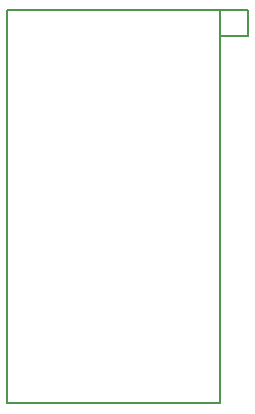
<source format=gm1>
G04 #@! TF.GenerationSoftware,KiCad,Pcbnew,5.1.4+dfsg1-1*
G04 #@! TF.CreationDate,2020-04-01T11:30:31+02:00*
G04 #@! TF.ProjectId,nrfmicro,6e72666d-6963-4726-9f2e-6b696361645f,rev?*
G04 #@! TF.SameCoordinates,Original*
G04 #@! TF.FileFunction,Profile,NP*
%FSLAX46Y46*%
G04 Gerber Fmt 4.6, Leading zero omitted, Abs format (unit mm)*
G04 Created by KiCad (PCBNEW 5.1.4+dfsg1-1) date 2020-04-01 11:30:31*
%MOMM*%
%LPD*%
G04 APERTURE LIST*
%ADD10C,0.150000*%
G04 APERTURE END LIST*
D10*
X115231533Y-110574775D02*
X112818533Y-110574775D01*
X115231533Y-108415775D02*
X115231533Y-110574775D01*
X112818533Y-108415775D02*
X115231533Y-108415775D01*
X112818533Y-141689775D02*
X94784533Y-141689775D01*
X94784533Y-108415775D02*
X112818533Y-108415775D01*
X94784533Y-141689775D02*
X94784533Y-108415775D01*
X112818533Y-108415775D02*
X112818533Y-141689775D01*
M02*

</source>
